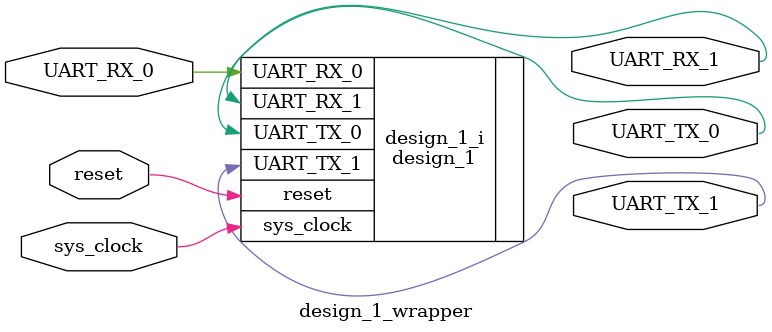
<source format=v>
`timescale 1 ps / 1 ps

module design_1_wrapper
   (UART_RX_0,
    UART_RX_1,
    UART_TX_0,
    UART_TX_1,
    reset,
    sys_clock);
  input UART_RX_0;
  output UART_RX_1;
  output UART_TX_0;
  output UART_TX_1;
  input reset;
  input sys_clock;

  wire UART_RX_0;
  wire UART_RX_1;
  wire UART_TX_0;
  wire UART_TX_1;
  wire reset;
  wire sys_clock;

  design_1 design_1_i
       (.UART_RX_0(UART_RX_0),
        .UART_RX_1(UART_RX_1),
        .UART_TX_0(UART_TX_0),
        .UART_TX_1(UART_TX_1),
        .reset(reset),
        .sys_clock(sys_clock));
endmodule

</source>
